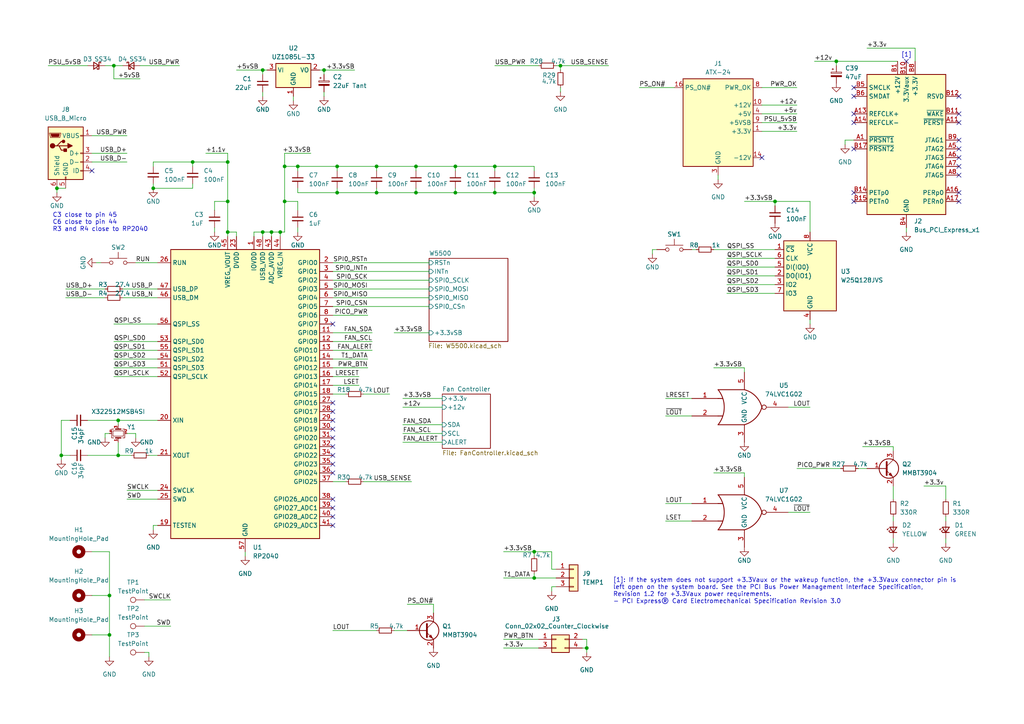
<source format=kicad_sch>
(kicad_sch (version 20231120) (generator "eeschema") (generator_version "8.0")
  (paper "A4")
  (title_block (title "OpenJBOD Controller") (date "2024-08-06") (rev "4") (company "TheGuyDanish"))
  (lib_symbols
    (symbol "74xGxx:74LVC1G02"
      (property "Reference" "U" (at -5.08 7.62 0))
      (property "Value" "74LVC1G02" (at 7.62 -7.62 0))
      (symbol "74LVC1G02_1_1"
        (pin input line (at -15.24 2.54 0) (length 7.62) (name "~") (number "1"))
        (pin input line (at -15.24 -2.54 0) (length 7.62) (name "~") (number "2"))
        (pin power_in line (at 0 -10.16 90) (length 5.08) (name "GND") (number "3"))
        (pin output inverted (at 12.7 0 180) (length 7.62) (name "~") (number "4"))
        (pin power_in line (at 0 10.16 270) (length 5.08) (name "VCC") (number "5"))
      )
    )
    (symbol "Connector:ATX-24"
      (property "Reference" "J" (at -8.89 13.97 0))
      (property "Value" "ATX-24" (at 6.35 13.97 0))
      (symbol "ATX-24_1_1"
        (pin power_out line (at 12.7 -2.54 180) (length 2.54) (name "+3.3V") (number "1"))
        (pin power_out line (at 12.7 5.08 180) (length 2.54) (name "+12V") (number "10"))
        (pin passive line (at 12.7 5.08 180) (length 2.54) hide (name "+12V") (number "11"))
        (pin passive line (at 12.7 -2.54 180) (length 2.54) hide (name "+3.3V") (number "12"))
        (pin passive line (at 12.7 -2.54 180) (length 2.54) hide (name "+3.3V") (number "13"))
        (pin power_out line (at 12.7 -10.16 180) (length 2.54) (name "-12V") (number "14"))
        (pin passive line (at 0 -15.24 90) (length 2.54) hide (name "GND") (number "15"))
        (pin open_collector line (at -12.7 10.16 0) (length 2.54) (name "PS_ON#") (number "16"))
        (pin passive line (at 0 -15.24 90) (length 2.54) hide (name "GND") (number "17"))
        (pin passive line (at 0 -15.24 90) (length 2.54) hide (name "GND") (number "18"))
        (pin passive line (at 0 -15.24 90) (length 2.54) hide (name "GND") (number "19"))
        (pin passive line (at 12.7 -2.54 180) (length 2.54) hide (name "+3.3V") (number "2"))
        (pin no_connect line (at -10.16 0 0) (length 2.54) hide (name "NC") (number "20"))
        (pin passive line (at 12.7 2.54 180) (length 2.54) hide (name "+5V") (number "21"))
        (pin passive line (at 12.7 2.54 180) (length 2.54) hide (name "+5V") (number "22"))
        (pin passive line (at 12.7 2.54 180) (length 2.54) hide (name "+5V") (number "23"))
        (pin passive line (at 0 -15.24 90) (length 2.54) hide (name "GND") (number "24"))
        (pin power_out line (at 0 -15.24 90) (length 2.54) (name "GND") (number "3"))
        (pin power_out line (at 12.7 2.54 180) (length 2.54) (name "+5V") (number "4"))
        (pin passive line (at 0 -15.24 90) (length 2.54) hide (name "GND") (number "5"))
        (pin passive line (at 12.7 2.54 180) (length 2.54) hide (name "+5V") (number "6"))
        (pin passive line (at 0 -15.24 90) (length 2.54) hide (name "GND") (number "7"))
        (pin output line (at 12.7 10.16 180) (length 2.54) (name "PWR_OK") (number "8"))
        (pin power_out line (at 12.7 0 180) (length 2.54) (name "+5VSB") (number "9"))
      )
    )
    (symbol "Connector:Bus_PCI_Express_x1"
      (property "Reference" "J" (at -8.89 22.86 0))
      (property "Value" "Bus_PCI_Express_x1" (at 12.7 22.86 0))
      (symbol "Bus_PCI_Express_x1_1_1"
        (pin passive line (at -15.24 2.54 0) (length 3.81) (name "~{PRSNT1}") (number "A1"))
        (pin passive line (at 2.54 25.4 270) (length 3.81) hide (name "+3.3V") (number "A10"))
        (pin input line (at 15.24 7.62 180) (length 3.81) (name "~{PERST}") (number "A11"))
        (pin passive line (at 0 -22.86 90) (length 3.81) hide (name "GND") (number "A12"))
        (pin input line (at -15.24 10.16 0) (length 3.81) (name "REFCLK+") (number "A13"))
        (pin input line (at -15.24 7.62 0) (length 3.81) (name "REFCLK-") (number "A14"))
        (pin passive line (at 0 -22.86 90) (length 3.81) hide (name "GND") (number "A15"))
        (pin output line (at 15.24 -12.7 180) (length 3.81) (name "PERp0") (number "A16"))
        (pin output line (at 15.24 -15.24 180) (length 3.81) (name "PERn0") (number "A17"))
        (pin passive line (at 0 -22.86 90) (length 3.81) hide (name "GND") (number "A18"))
        (pin passive line (at -2.54 25.4 270) (length 3.81) hide (name "+12V") (number "A2"))
        (pin passive line (at -2.54 25.4 270) (length 3.81) hide (name "+12V") (number "A3"))
        (pin passive line (at 0 -22.86 90) (length 3.81) hide (name "GND") (number "A4"))
        (pin input line (at 15.24 0 180) (length 3.81) (name "JTAG2") (number "A5"))
        (pin input line (at 15.24 -2.54 180) (length 3.81) (name "JTAG3") (number "A6"))
        (pin output line (at 15.24 -5.08 180) (length 3.81) (name "JTAG4") (number "A7"))
        (pin input line (at 15.24 -7.62 180) (length 3.81) (name "JTAG5") (number "A8"))
        (pin passive line (at 2.54 25.4 270) (length 3.81) hide (name "+3.3V") (number "A9"))
        (pin power_in line (at -2.54 25.4 270) (length 3.81) (name "+12V") (number "B1"))
        (pin power_in line (at 0 25.4 270) (length 3.81) (name "3.3Vaux") (number "B10"))
        (pin open_collector line (at 15.24 10.16 180) (length 3.81) (name "~{WAKE}") (number "B11"))
        (pin passive line (at 15.24 15.24 180) (length 3.81) (name "RSVD") (number "B12"))
        (pin passive line (at 0 -22.86 90) (length 3.81) hide (name "GND") (number "B13"))
        (pin input line (at -15.24 -12.7 0) (length 3.81) (name "PETp0") (number "B14"))
        (pin input line (at -15.24 -15.24 0) (length 3.81) (name "PETn0") (number "B15"))
        (pin passive line (at 0 -22.86 90) (length 3.81) hide (name "GND") (number "B16"))
        (pin passive line (at -15.24 0 0) (length 3.81) (name "~{PRSNT2}") (number "B17"))
        (pin passive line (at 0 -22.86 90) (length 3.81) hide (name "GND") (number "B18"))
        (pin passive line (at -2.54 25.4 270) (length 3.81) hide (name "+12V") (number "B2"))
        (pin passive line (at -2.54 25.4 270) (length 3.81) hide (name "+12V") (number "B3"))
        (pin power_in line (at 0 -22.86 90) (length 3.81) (name "GND") (number "B4"))
        (pin input line (at -15.24 17.78 0) (length 3.81) (name "SMCLK") (number "B5"))
        (pin bidirectional line (at -15.24 15.24 0) (length 3.81) (name "SMDAT") (number "B6"))
        (pin passive line (at 0 -22.86 90) (length 3.81) hide (name "GND") (number "B7"))
        (pin power_in line (at 2.54 25.4 270) (length 3.81) (name "+3.3V") (number "B8"))
        (pin input line (at 15.24 2.54 180) (length 3.81) (name "JTAG1") (number "B9"))
      )
    )
    (symbol "Connector:TestPoint" (pin_numbers hide) (pin_names (offset 0.762) hide)
      (property "Reference" "TP" (at 0 6.858 0))
      (property "Value" "TestPoint" (at 0 5.08 0))
      (symbol "TestPoint_1_1"
        (pin passive line (at 0 0 90) (length 2.54) (name "1") (number "1"))
      )
    )
    (symbol "Connector:USB_B_Micro" (pin_names (offset 1.016))
      (property "Reference" "J" (at -5.08 11.43 0))
      (property "Value" "USB_B_Micro" (at -5.08 8.89 0))
      (symbol "USB_B_Micro_1_1"
        (pin power_out line (at 7.62 5.08 180) (length 2.54) (name "VBUS") (number "1"))
        (pin bidirectional line (at 7.62 -2.54 180) (length 2.54) (name "D-") (number "2"))
        (pin bidirectional line (at 7.62 0 180) (length 2.54) (name "D+") (number "3"))
        (pin passive line (at 7.62 -5.08 180) (length 2.54) (name "ID") (number "4"))
        (pin power_out line (at 0 -10.16 90) (length 2.54) (name "GND") (number "5"))
        (pin passive line (at -2.54 -10.16 90) (length 2.54) (name "Shield") (number "6"))
      )
    )
    (symbol "Connector_Generic:Conn_01x03" (pin_names (offset 1.016) hide)
      (property "Reference" "J" (at 0 5.08 0))
      (property "Value" "Conn_01x03" (at 0 -5.08 0))
      (symbol "Conn_01x03_1_1"
        (pin passive line (at -5.08 2.54 0) (length 3.81) (name "Pin_1") (number "1"))
        (pin passive line (at -5.08 0 0) (length 3.81) (name "Pin_2") (number "2"))
        (pin passive line (at -5.08 -2.54 0) (length 3.81) (name "Pin_3") (number "3"))
      )
    )
    (symbol "Connector_Generic:Conn_02x02_Odd_Even" (pin_names (offset 1.016) hide)
      (property "Reference" "J" (at 1.27 2.54 0))
      (property "Value" "Conn_02x02_Odd_Even" (at 1.27 -5.08 0))
      (symbol "Conn_02x02_Odd_Even_1_1"
        (pin passive line (at -5.08 0 0) (length 3.81) (name "Pin_1") (number "1"))
        (pin passive line (at 7.62 0 180) (length 3.81) (name "Pin_2") (number "2"))
        (pin passive line (at -5.08 -2.54 0) (length 3.81) (name "Pin_3") (number "3"))
        (pin passive line (at 7.62 -2.54 180) (length 3.81) (name "Pin_4") (number "4"))
      )
    )
    (symbol "Device:C_Polarized_Small" (pin_numbers hide) (pin_names (offset 0.254) hide)
      (property "Reference" "C" (at 0.254 1.778 0))
      (property "Value" "C_Polarized_Small" (at 0.254 -2.032 0))
      (symbol "C_Polarized_Small_1_1"
        (pin passive line (at 0 2.54 270) (length 1.8542) (name "~") (number "1"))
        (pin passive line (at 0 -2.54 90) (length 1.8542) (name "~") (number "2"))
      )
    )
    (symbol "Device:C_Small" (pin_numbers hide) (pin_names (offset 0.254) hide)
      (property "Reference" "C" (at 0.254 1.778 0))
      (property "Value" "C_Small" (at 0.254 -2.032 0))
      (symbol "C_Small_1_1"
        (pin passive line (at 0 2.54 270) (length 2.032) (name "~") (number "1"))
        (pin passive line (at 0 -2.54 90) (length 2.032) (name "~") (number "2"))
      )
    )
    (symbol "Device:Crystal_GND24_Small" (pin_names (offset 1.016) hide)
      (property "Reference" "Y" (at 1.27 4.445 0))
      (property "Value" "Crystal_GND24_Small" (at 1.27 2.54 0))
      (symbol "Crystal_GND24_Small_1_1"
        (pin passive line (at -2.54 0 0) (length 1.27) (name "1") (number "1"))
        (pin passive line (at 0 -2.54 90) (length 0.635) (name "2") (number "2"))
        (pin passive line (at 2.54 0 180) (length 1.27) (name "3") (number "3"))
        (pin passive line (at 0 2.54 270) (length 0.635) (name "4") (number "4"))
      )
    )
    (symbol "Device:D_Schottky_Small" (pin_numbers hide) (pin_names (offset 0.254) hide)
      (property "Reference" "D" (at -1.27 2.032 0))
      (property "Value" "D_Schottky_Small" (at -7.112 -2.032 0))
      (symbol "D_Schottky_Small_1_1"
        (pin passive line (at -2.54 0 0) (length 1.778) (name "K") (number "1"))
        (pin passive line (at 2.54 0 180) (length 1.778) (name "A") (number "2"))
      )
    )
    (symbol "Device:LED_Small" (pin_numbers hide) (pin_names (offset 0.254) hide)
      (property "Reference" "D" (at -1.27 3.175 0))
      (property "Value" "LED_Small" (at -4.445 -2.54 0))
      (symbol "LED_Small_1_1"
        (pin passive line (at -2.54 0 0) (length 1.778) (name "K") (number "1"))
        (pin passive line (at 2.54 0 180) (length 1.778) (name "A") (number "2"))
      )
    )
    (symbol "Device:R_Small" (pin_numbers hide) (pin_names (offset 0.254) hide)
      (property "Reference" "R" (at 0.762 0.508 0))
      (property "Value" "R_Small" (at 0.762 -1.016 0))
      (symbol "R_Small_1_1"
        (pin passive line (at 0 2.54 270) (length 0.762) (name "~") (number "1"))
        (pin passive line (at 0 -2.54 90) (length 0.762) (name "~") (number "2"))
      )
    )
    (symbol "GND_1" (power) (pin_numbers hide) (pin_names (offset 0) hide)
      (property "Value" "GND" (at 0 -3.81 0))
      (symbol "GND_1_1_1"
        (pin power_in line (at 0 0 270) (length 0) (name "~") (number "1"))
      )
    )
    (symbol "MCU_RaspberryPi:RP2040"
      (property "Reference" "U" (at 17.78 45.72 0))
      (property "Value" "RP2040" (at 17.78 43.18 0))
      (symbol "RP2040_1_1"
        (pin power_in line (at 2.54 45.72 270) (length 3.81) (name "IOVDD") (number "1"))
        (pin passive line (at 2.54 45.72 270) (length 3.81) hide (name "IOVDD") (number "10"))
        (pin bidirectional line (at 25.4 17.78 180) (length 3.81) (name "GPIO8") (number "11"))
        (pin bidirectional line (at 25.4 15.24 180) (length 3.81) (name "GPIO9") (number "12"))
        (pin bidirectional line (at 25.4 12.7 180) (length 3.81) (name "GPIO10") (number "13"))
        (pin bidirectional line (at 25.4 10.16 180) (length 3.81) (name "GPIO11") (number "14"))
        (pin bidirectional line (at 25.4 7.62 180) (length 3.81) (name "GPIO12") (number "15"))
        (pin bidirectional line (at 25.4 5.08 180) (length 3.81) (name "GPIO13") (number "16"))
        (pin bidirectional line (at 25.4 2.54 180) (length 3.81) (name "GPIO14") (number "17"))
        (pin bidirectional line (at 25.4 0 180) (length 3.81) (name "GPIO15") (number "18"))
        (pin input line (at -25.4 -38.1 0) (length 3.81) (name "TESTEN") (number "19"))
        (pin bidirectional line (at 25.4 38.1 180) (length 3.81) (name "GPIO0") (number "2"))
        (pin input line (at -25.4 -7.62 0) (length 3.81) (name "XIN") (number "20"))
        (pin passive line (at -25.4 -17.78 0) (length 3.81) (name "XOUT") (number "21"))
        (pin passive line (at 2.54 45.72 270) (length 3.81) hide (name "IOVDD") (number "22"))
        (pin power_in line (at -2.54 45.72 270) (length 3.81) (name "DVDD") (number "23"))
        (pin input line (at -25.4 -27.94 0) (length 3.81) (name "SWCLK") (number "24"))
        (pin bidirectional line (at -25.4 -30.48 0) (length 3.81) (name "SWD") (number "25"))
        (pin input line (at -25.4 38.1 0) (length 3.81) (name "RUN") (number "26"))
        (pin bidirectional line (at 25.4 -2.54 180) (length 3.81) (name "GPIO16") (number "27"))
        (pin bidirectional line (at 25.4 -5.08 180) (length 3.81) (name "GPIO17") (number "28"))
        (pin bidirectional line (at 25.4 -7.62 180) (length 3.81) (name "GPIO18") (number "29"))
        (pin bidirectional line (at 25.4 35.56 180) (length 3.81) (name "GPIO1") (number "3"))
        (pin bidirectional line (at 25.4 -10.16 180) (length 3.81) (name "GPIO19") (number "30"))
        (pin bidirectional line (at 25.4 -12.7 180) (length 3.81) (name "GPIO20") (number "31"))
        (pin bidirectional line (at 25.4 -15.24 180) (length 3.81) (name "GPIO21") (number "32"))
        (pin passive line (at 2.54 45.72 270) (length 3.81) hide (name "IOVDD") (number "33"))
        (pin bidirectional line (at 25.4 -17.78 180) (length 3.81) (name "GPIO22") (number "34"))
        (pin bidirectional line (at 25.4 -20.32 180) (length 3.81) (name "GPIO23") (number "35"))
        (pin bidirectional line (at 25.4 -22.86 180) (length 3.81) (name "GPIO24") (number "36"))
        (pin bidirectional line (at 25.4 -25.4 180) (length 3.81) (name "GPIO25") (number "37"))
        (pin bidirectional line (at 25.4 -30.48 180) (length 3.81) (name "GPIO26_ADC0") (number "38"))
        (pin bidirectional line (at 25.4 -33.02 180) (length 3.81) (name "GPIO27_ADC1") (number "39"))
        (pin bidirectional line (at 25.4 33.02 180) (length 3.81) (name "GPIO2") (number "4"))
        (pin bidirectional line (at 25.4 -35.56 180) (length 3.81) (name "GPIO28_ADC2") (number "40"))
        (pin bidirectional line (at 25.4 -38.1 180) (length 3.81) (name "GPIO29_ADC3") (number "41"))
        (pin passive line (at 2.54 45.72 270) (length 3.81) hide (name "IOVDD") (number "42"))
        (pin power_in line (at 7.62 45.72 270) (length 3.81) (name "ADC_AVDD") (number "43"))
        (pin power_in line (at 10.16 45.72 270) (length 3.81) (name "VREG_IN") (number "44"))
        (pin power_out line (at -5.08 45.72 270) (length 3.81) (name "VREG_VOUT") (number "45"))
        (pin bidirectional line (at -25.4 27.94 0) (length 3.81) (name "USB_DM") (number "46"))
        (pin bidirectional line (at -25.4 30.48 0) (length 3.81) (name "USB_DP") (number "47"))
        (pin power_in line (at 5.08 45.72 270) (length 3.81) (name "USB_VDD") (number "48"))
        (pin passive line (at 2.54 45.72 270) (length 3.81) hide (name "IOVDD") (number "49"))
        (pin bidirectional line (at 25.4 30.48 180) (length 3.81) (name "GPIO3") (number "5"))
        (pin passive line (at -2.54 45.72 270) (length 3.81) hide (name "DVDD") (number "50"))
        (pin bidirectional line (at -25.4 7.62 0) (length 3.81) (name "QSPI_SD3") (number "51"))
        (pin output line (at -25.4 5.08 0) (length 3.81) (name "QSPI_SCLK") (number "52"))
        (pin bidirectional line (at -25.4 15.24 0) (length 3.81) (name "QSPI_SD0") (number "53"))
        (pin bidirectional line (at -25.4 10.16 0) (length 3.81) (name "QSPI_SD2") (number "54"))
        (pin bidirectional line (at -25.4 12.7 0) (length 3.81) (name "QSPI_SD1") (number "55"))
        (pin bidirectional line (at -25.4 20.32 0) (length 3.81) (name "QSPI_SS") (number "56"))
        (pin power_in line (at 0 -45.72 90) (length 3.81) (name "GND") (number "57"))
        (pin bidirectional line (at 25.4 27.94 180) (length 3.81) (name "GPIO4") (number "6"))
        (pin bidirectional line (at 25.4 25.4 180) (length 3.81) (name "GPIO5") (number "7"))
        (pin bidirectional line (at 25.4 22.86 180) (length 3.81) (name "GPIO6") (number "8"))
        (pin bidirectional line (at 25.4 20.32 180) (length 3.81) (name "GPIO7") (number "9"))
      )
    )
    (symbol "Mechanical:MountingHole_Pad" (pin_numbers hide) (pin_names (offset 1.016) hide)
      (property "Reference" "H" (at 0 6.35 0))
      (property "Value" "MountingHole_Pad" (at 0 4.445 0))
      (symbol "MountingHole_Pad_1_1"
        (pin input line (at 0 -2.54 90) (length 2.54) (name "1") (number "1"))
      )
    )
    (symbol "Memory_Flash:W25Q128JVS"
      (property "Reference" "U" (at -8.89 8.89 0))
      (property "Value" "W25Q128JVS" (at 7.62 8.89 0))
      (symbol "W25Q128JVS_1_1"
        (pin input line (at -10.16 7.62 0) (length 2.54) (name "~{CS}") (number "1"))
        (pin bidirectional line (at -10.16 0 0) (length 2.54) (name "DO(IO1)") (number "2"))
        (pin bidirectional line (at -10.16 -2.54 0) (length 2.54) (name "IO2") (number "3"))
        (pin power_in line (at 0 -12.7 90) (length 2.54) (name "GND") (number "4"))
        (pin bidirectional line (at -10.16 2.54 0) (length 2.54) (name "DI(IO0)") (number "5"))
        (pin input line (at -10.16 5.08 0) (length 2.54) (name "CLK") (number "6"))
        (pin bidirectional line (at -10.16 -5.08 0) (length 2.54) (name "IO3") (number "7"))
        (pin power_in line (at 0 12.7 270) (length 2.54) (name "VCC") (number "8"))
      )
    )
    (symbol "Regulator_Linear:AMS1117-3.3"
      (property "Reference" "U" (at -3.81 3.175 0))
      (property "Value" "AMS1117-3.3" (at 0 3.175 0))
      (symbol "AMS1117-3.3_1_1"
        (pin power_in line (at 0 -7.62 90) (length 2.54) (name "GND") (number "1"))
        (pin power_out line (at 7.62 0 180) (length 2.54) (name "VO") (number "2"))
        (pin power_in line (at -7.62 0 0) (length 2.54) (name "VI") (number "3"))
      )
    )
    (symbol "Switch:SW_Push" (pin_numbers hide) (pin_names (offset 1.016) hide)
      (property "Reference" "SW" (at 1.27 2.54 0))
      (property "Value" "SW_Push" (at 0 -1.524 0))
      (symbol "SW_Push_0_1"
        (pin passive line (at -5.08 0 0) (length 2.54) (name "1") (number "1"))
        (pin passive line (at 5.08 0 180) (length 2.54) (name "2") (number "2"))
      )
    )
    (symbol "Transistor_BJT:MMBT3904" (pin_names (offset 0) hide)
      (property "Reference" "Q" (at 5.08 1.905 0))
      (property "Value" "MMBT3904" (at 5.08 0 0))
      (symbol "MMBT3904_1_1"
        (pin input line (at -5.08 0 0) (length 5.715) (name "B") (number "1"))
        (pin passive line (at 2.54 -5.08 90) (length 2.54) (name "E") (number "2"))
        (pin passive line (at 2.54 5.08 270) (length 2.54) (name "C") (number "3"))
      )
    )
    (symbol "power:GND" (power) (pin_names (offset 0))
      (property "Value" "GND" (at 0 -3.81 0))
      (symbol "GND_1_1"
        (pin power_in line (at 0 0 270) (length 0) hide (name "GND") (number "1"))
      )
    )
  )
  (junction (at 76.2 20.32))
  (junction (at 154.94 55.88))
  (junction (at 81.28 67.31))
  (junction (at 132.08 55.88))
  (junction (at 242.57 17.78))
  (junction (at 82.55 48.26))
  (junction (at 44.45 54.61))
  (junction (at 154.94 160.02))
  (junction (at 76.2 67.31))
  (junction (at 34.29 121.92))
  (junction (at 93.98 20.32))
  (junction (at 82.55 58.42))
  (junction (at 97.79 55.88))
  (junction (at 224.79 58.42))
  (junction (at 55.88 46.99))
  (junction (at 109.22 55.88))
  (junction (at 132.08 48.26))
  (junction (at 154.94 167.64))
  (junction (at 170.18 187.96))
  (junction (at 86.36 48.26))
  (junction (at 78.74 67.31))
  (junction (at 109.22 48.26))
  (junction (at 97.79 48.26))
  (junction (at 66.04 58.42))
  (junction (at 162.56 19.05))
  (junction (at 66.04 46.99))
  (junction (at 66.04 67.31))
  (junction (at 31.75 172.72))
  (junction (at 31.75 184.15))
  (junction (at 143.51 55.88))
  (junction (at 33.02 19.05))
  (junction (at 16.51 54.61))
  (junction (at 120.65 48.26))
  (junction (at 143.51 48.26))
  (junction (at 17.78 132.08))
  (junction (at 34.29 132.08))
  (junction (at 120.65 55.88))
  (no_connect (at 278.13 45.72))
  (no_connect (at 96.52 134.62))
  (no_connect (at 96.52 147.32))
  (no_connect (at 96.52 149.86))
  (no_connect (at 247.65 43.18))
  (no_connect (at 96.52 129.54))
  (no_connect (at 96.52 116.84))
  (no_connect (at 247.65 35.56))
  (no_connect (at 247.65 33.02))
  (no_connect (at 96.52 132.08))
  (no_connect (at 262.89 17.78))
  (no_connect (at 278.13 55.88))
  (no_connect (at 96.52 119.38))
  (no_connect (at 96.52 124.46))
  (no_connect (at 96.52 152.4))
  (no_connect (at 278.13 50.8))
  (no_connect (at 278.13 40.64))
  (no_connect (at 278.13 33.02))
  (no_connect (at 247.65 55.88))
  (no_connect (at 247.65 58.42))
  (no_connect (at 220.98 45.72))
  (no_connect (at 278.13 27.94))
  (no_connect (at 278.13 48.26))
  (no_connect (at 278.13 35.56))
  (no_connect (at 96.52 144.78))
  (no_connect (at 278.13 43.18))
  (no_connect (at 96.52 93.98))
  (no_connect (at 96.52 137.16))
  (no_connect (at 96.52 127))
  (no_connect (at 26.67 49.53))
  (no_connect (at 278.13 58.42))
  (no_connect (at 247.65 27.94))
  (no_connect (at 96.52 121.92))
  (no_connect (at 247.65 25.4))
  (wire (pts (xy 39.37 127) (xy 39.37 125.73)))
  (wire (pts (xy 154.94 55.88) (xy 154.94 57.15)))
  (wire (pts (xy 242.57 17.78) (xy 260.35 17.78)))
  (wire (pts (xy 16.51 54.61) (xy 19.05 54.61)))
  (wire (pts (xy 31.75 172.72) (xy 31.75 184.15)))
  (wire (pts (xy 96.52 139.7) (xy 100.33 139.7)))
  (wire (pts (xy 81.28 67.31) (xy 81.28 68.58)))
  (wire (pts (xy 33.02 99.06) (xy 45.72 99.06)))
  (wire (pts (xy 242.57 17.78) (xy 242.57 19.05)))
  (wire (pts (xy 154.94 166.37) (xy 154.94 167.64)))
  (wire (pts (xy 41.91 173.99) (xy 49.53 173.99)))
  (wire (pts (xy 210.82 85.09) (xy 224.79 85.09)))
  (wire (pts (xy 78.74 67.31) (xy 78.74 68.58)))
  (wire (pts (xy 34.29 132.08) (xy 38.1 132.08)))
  (wire (pts (xy 105.41 114.3) (xy 113.03 114.3)))
  (wire (pts (xy 210.82 82.55) (xy 224.79 82.55)))
  (wire (pts (xy 30.48 127) (xy 30.48 125.73)))
  (wire (pts (xy 210.82 77.47) (xy 224.79 77.47)))
  (wire (pts (xy 41.91 181.61) (xy 49.53 181.61)))
  (wire (pts (xy 36.83 144.78) (xy 45.72 144.78)))
  (wire (pts (xy 220.98 38.1) (xy 231.14 38.1)))
  (wire (pts (xy 160.02 171.45) (xy 160.02 170.18)))
  (wire (pts (xy 96.52 99.06) (xy 107.95 99.06)))
  (wire (pts (xy 33.02 106.68) (xy 45.72 106.68)))
  (wire (pts (xy 215.9 137.16) (xy 215.9 138.43)))
  (wire (pts (xy 82.55 44.45) (xy 82.55 48.26)))
  (wire (pts (xy 251.46 13.97) (xy 265.43 13.97)))
  (wire (pts (xy 34.29 128.27) (xy 34.29 132.08)))
  (wire (pts (xy 81.28 67.31) (xy 82.55 67.31)))
  (wire (pts (xy 86.36 66.04) (xy 86.36 67.31)))
  (wire (pts (xy 62.23 66.04) (xy 62.23 67.31)))
  (wire (pts (xy 116.84 115.57) (xy 128.27 115.57)))
  (wire (pts (xy 96.52 96.52) (xy 107.95 96.52)))
  (wire (pts (xy 116.84 123.19) (xy 128.27 123.19)))
  (wire (pts (xy 86.36 48.26) (xy 86.36 49.53)))
  (wire (pts (xy 109.22 54.61) (xy 109.22 55.88)))
  (wire (pts (xy 220.98 25.4) (xy 231.14 25.4)))
  (wire (pts (xy 96.52 91.44) (xy 106.68 91.44)))
  (wire (pts (xy 39.37 125.73) (xy 36.83 125.73)))
  (wire (pts (xy 66.04 58.42) (xy 62.23 58.42)))
  (wire (pts (xy 250.19 129.54) (xy 259.08 129.54)))
  (wire (pts (xy 33.02 109.22) (xy 45.72 109.22)))
  (wire (pts (xy 168.91 187.96) (xy 170.18 187.96)))
  (wire (pts (xy 86.36 54.61) (xy 86.36 55.88)))
  (wire (pts (xy 19.05 86.36) (xy 30.48 86.36)))
  (wire (pts (xy 185.42 25.4) (xy 195.58 25.4)))
  (wire (pts (xy 40.64 19.05) (xy 52.07 19.05)))
  (wire (pts (xy 215.9 58.42) (xy 224.79 58.42)))
  (wire (pts (xy 44.45 46.99) (xy 44.45 48.26)))
  (wire (pts (xy 224.79 58.42) (xy 224.79 59.69)))
  (wire (pts (xy 162.56 25.4) (xy 162.56 26.67)))
  (wire (pts (xy 228.6 148.59) (xy 234.95 148.59)))
  (wire (pts (xy 170.18 185.42) (xy 170.18 187.96)))
  (wire (pts (xy 210.82 74.93) (xy 224.79 74.93)))
  (wire (pts (xy 55.88 46.99) (xy 66.04 46.99)))
  (wire (pts (xy 19.05 83.82) (xy 30.48 83.82)))
  (wire (pts (xy 248.92 135.89) (xy 251.46 135.89)))
  (wire (pts (xy 114.3 182.88) (xy 118.11 182.88)))
  (wire (pts (xy 120.65 48.26) (xy 132.08 48.26)))
  (wire (pts (xy 267.97 140.97) (xy 274.32 140.97)))
  (wire (pts (xy 26.67 39.37) (xy 36.83 39.37)))
  (wire (pts (xy 114.3 96.52) (xy 124.46 96.52)))
  (wire (pts (xy 231.14 135.89) (xy 243.84 135.89)))
  (wire (pts (xy 109.22 48.26) (xy 109.22 49.53)))
  (wire (pts (xy 259.08 149.86) (xy 259.08 151.13)))
  (wire (pts (xy 73.66 67.31) (xy 76.2 67.31)))
  (wire (pts (xy 17.78 132.08) (xy 17.78 121.92)))
  (wire (pts (xy 208.28 50.8) (xy 208.28 52.07)))
  (wire (pts (xy 96.52 86.36) (xy 124.46 86.36)))
  (wire (pts (xy 207.01 72.39) (xy 224.79 72.39)))
  (wire (pts (xy 245.11 40.64) (xy 247.65 40.64)))
  (wire (pts (xy 13.97 19.05) (xy 25.4 19.05)))
  (wire (pts (xy 207.01 106.68) (xy 215.9 106.68)))
  (wire (pts (xy 86.36 55.88) (xy 97.79 55.88)))
  (wire (pts (xy 66.04 67.31) (xy 66.04 58.42)))
  (wire (pts (xy 96.52 83.82) (xy 124.46 83.82)))
  (wire (pts (xy 93.98 26.67) (xy 93.98 27.94)))
  (wire (pts (xy 62.23 58.42) (xy 62.23 60.96)))
  (wire (pts (xy 160.02 160.02) (xy 160.02 165.1)))
  (wire (pts (xy 220.98 33.02) (xy 231.14 33.02)))
  (wire (pts (xy 96.52 78.74) (xy 124.46 78.74)))
  (wire (pts (xy 105.41 139.7) (xy 119.38 139.7)))
  (wire (pts (xy 40.64 22.86) (xy 33.02 22.86)))
  (wire (pts (xy 76.2 20.32) (xy 77.47 20.32)))
  (wire (pts (xy 143.51 48.26) (xy 143.51 49.53)))
  (wire (pts (xy 146.05 160.02) (xy 154.94 160.02)))
  (wire (pts (xy 96.52 81.28) (xy 124.46 81.28)))
  (wire (pts (xy 66.04 67.31) (xy 68.58 67.31)))
  (wire (pts (xy 82.55 44.45) (xy 90.17 44.45)))
  (wire (pts (xy 143.51 48.26) (xy 154.94 48.26)))
  (wire (pts (xy 34.29 121.92) (xy 45.72 121.92)))
  (wire (pts (xy 36.83 142.24) (xy 45.72 142.24)))
  (wire (pts (xy 82.55 48.26) (xy 86.36 48.26)))
  (wire (pts (xy 68.58 20.32) (xy 76.2 20.32)))
  (wire (pts (xy 132.08 48.26) (xy 143.51 48.26)))
  (wire (pts (xy 154.94 167.64) (xy 161.29 167.64)))
  (wire (pts (xy 109.22 55.88) (xy 120.65 55.88)))
  (wire (pts (xy 160.02 165.1) (xy 161.29 165.1)))
  (wire (pts (xy 96.52 182.88) (xy 109.22 182.88)))
  (wire (pts (xy 17.78 133.35) (xy 17.78 132.08)))
  (wire (pts (xy 220.98 30.48) (xy 231.14 30.48)))
  (wire (pts (xy 34.29 123.19) (xy 34.29 121.92)))
  (wire (pts (xy 193.04 146.05) (xy 200.66 146.05)))
  (wire (pts (xy 30.48 19.05) (xy 33.02 19.05)))
  (wire (pts (xy 31.75 160.02) (xy 31.75 172.72)))
  (wire (pts (xy 146.05 167.64) (xy 154.94 167.64)))
  (wire (pts (xy 35.56 86.36) (xy 45.72 86.36)))
  (wire (pts (xy 26.67 44.45) (xy 36.83 44.45)))
  (wire (pts (xy 26.67 172.72) (xy 31.75 172.72)))
  (wire (pts (xy 228.6 118.11) (xy 234.95 118.11)))
  (wire (pts (xy 116.84 118.11) (xy 128.27 118.11)))
  (wire (pts (xy 66.04 44.45) (xy 66.04 46.99)))
  (wire (pts (xy 168.91 185.42) (xy 170.18 185.42)))
  (wire (pts (xy 245.11 40.64) (xy 245.11 41.91)))
  (wire (pts (xy 59.69 44.45) (xy 66.04 44.45)))
  (wire (pts (xy 207.01 137.16) (xy 215.9 137.16)))
  (wire (pts (xy 162.56 19.05) (xy 161.29 19.05)))
  (wire (pts (xy 78.74 67.31) (xy 81.28 67.31)))
  (wire (pts (xy 97.79 48.26) (xy 97.79 49.53)))
  (wire (pts (xy 73.66 68.58) (xy 73.66 67.31)))
  (wire (pts (xy 143.51 55.88) (xy 154.94 55.88)))
  (wire (pts (xy 193.04 115.57) (xy 200.66 115.57)))
  (wire (pts (xy 132.08 54.61) (xy 132.08 55.88)))
  (wire (pts (xy 30.48 125.73) (xy 31.75 125.73)))
  (wire (pts (xy 44.45 54.61) (xy 55.88 54.61)))
  (wire (pts (xy 68.58 68.58) (xy 68.58 67.31)))
  (wire (pts (xy 43.18 189.23) (xy 41.91 189.23)))
  (wire (pts (xy 17.78 121.92) (xy 20.32 121.92)))
  (wire (pts (xy 125.73 177.8) (xy 125.73 175.26)))
  (wire (pts (xy 132.08 48.26) (xy 132.08 49.53)))
  (wire (pts (xy 120.65 54.61) (xy 120.65 55.88)))
  (wire (pts (xy 92.71 20.32) (xy 93.98 20.32)))
  (wire (pts (xy 116.84 128.27) (xy 128.27 128.27)))
  (wire (pts (xy 234.95 92.71) (xy 234.95 93.98)))
  (wire (pts (xy 76.2 26.67) (xy 76.2 27.94)))
  (wire (pts (xy 43.18 132.08) (xy 45.72 132.08)))
  (wire (pts (xy 93.98 20.32) (xy 102.87 20.32)))
  (wire (pts (xy 109.22 48.26) (xy 120.65 48.26)))
  (wire (pts (xy 160.02 170.18) (xy 161.29 170.18)))
  (wire (pts (xy 82.55 58.42) (xy 86.36 58.42)))
  (wire (pts (xy 26.67 184.15) (xy 31.75 184.15)))
  (wire (pts (xy 170.18 187.96) (xy 170.18 189.23)))
  (wire (pts (xy 210.82 80.01) (xy 224.79 80.01)))
  (wire (pts (xy 85.09 27.94) (xy 85.09 29.21)))
  (wire (pts (xy 193.04 151.13) (xy 200.66 151.13)))
  (wire (pts (xy 265.43 13.97) (xy 265.43 17.78)))
  (wire (pts (xy 26.67 46.99) (xy 36.83 46.99)))
  (wire (pts (xy 55.88 48.26) (xy 55.88 46.99)))
  (wire (pts (xy 234.95 58.42) (xy 234.95 67.31)))
  (wire (pts (xy 274.32 156.21) (xy 274.32 157.48)))
  (wire (pts (xy 39.37 76.2) (xy 45.72 76.2)))
  (wire (pts (xy 274.32 140.97) (xy 274.32 144.78)))
  (wire (pts (xy 96.52 88.9) (xy 124.46 88.9)))
  (wire (pts (xy 26.67 160.02) (xy 31.75 160.02)))
  (wire (pts (xy 96.52 111.76) (xy 104.14 111.76)))
  (wire (pts (xy 154.94 160.02) (xy 160.02 160.02)))
  (wire (pts (xy 97.79 55.88) (xy 109.22 55.88)))
  (wire (pts (xy 96.52 114.3) (xy 100.33 114.3)))
  (wire (pts (xy 76.2 67.31) (xy 78.74 67.31)))
  (wire (pts (xy 86.36 48.26) (xy 97.79 48.26)))
  (wire (pts (xy 220.98 35.56) (xy 231.14 35.56)))
  (wire (pts (xy 259.08 140.97) (xy 259.08 144.78)))
  (wire (pts (xy 86.36 58.42) (xy 86.36 60.96)))
  (wire (pts (xy 146.05 185.42) (xy 156.21 185.42)))
  (wire (pts (xy 82.55 48.26) (xy 82.55 58.42)))
  (wire (pts (xy 259.08 156.21) (xy 259.08 157.48)))
  (wire (pts (xy 33.02 19.05) (xy 35.56 19.05)))
  (wire (pts (xy 96.52 76.2) (xy 124.46 76.2)))
  (wire (pts (xy 146.05 187.96) (xy 156.21 187.96)))
  (wire (pts (xy 25.4 132.08) (xy 34.29 132.08)))
  (wire (pts (xy 132.08 55.88) (xy 143.51 55.88)))
  (wire (pts (xy 71.12 160.02) (xy 71.12 161.29)))
  (wire (pts (xy 154.94 54.61) (xy 154.94 55.88)))
  (wire (pts (xy 120.65 48.26) (xy 120.65 49.53)))
  (wire (pts (xy 215.9 106.68) (xy 215.9 107.95)))
  (wire (pts (xy 259.08 129.54) (xy 259.08 130.81)))
  (wire (pts (xy 31.75 184.15) (xy 31.75 190.5)))
  (wire (pts (xy 116.84 125.73) (xy 128.27 125.73)))
  (wire (pts (xy 97.79 54.61) (xy 97.79 55.88)))
  (wire (pts (xy 162.56 19.05) (xy 176.53 19.05)))
  (wire (pts (xy 76.2 20.32) (xy 76.2 21.59)))
  (wire (pts (xy 143.51 54.61) (xy 143.51 55.88)))
  (wire (pts (xy 33.02 93.98) (xy 45.72 93.98)))
  (wire (pts (xy 55.88 54.61) (xy 55.88 53.34)))
  (wire (pts (xy 43.18 190.5) (xy 43.18 189.23)))
  (wire (pts (xy 262.89 66.04) (xy 262.89 67.31)))
  (wire (pts (xy 236.22 17.78) (xy 242.57 17.78)))
  (wire (pts (xy 120.65 55.88) (xy 132.08 55.88)))
  (wire (pts (xy 193.04 120.65) (xy 200.66 120.65)))
  (wire (pts (xy 107.95 101.6) (xy 96.52 101.6)))
  (wire (pts (xy 66.04 46.99) (xy 66.04 58.42)))
  (wire (pts (xy 96.52 104.14) (xy 106.68 104.14)))
  (wire (pts (xy 27.94 76.2) (xy 29.21 76.2)))
  (wire (pts (xy 224.79 58.42) (xy 234.95 58.42)))
  (wire (pts (xy 44.45 53.34) (xy 44.45 54.61)))
  (wire (pts (xy 25.4 121.92) (xy 34.29 121.92)))
  (wire (pts (xy 44.45 152.4) (xy 45.72 152.4)))
  (wire (pts (xy 17.78 132.08) (xy 20.32 132.08)))
  (wire (pts (xy 35.56 83.82) (xy 45.72 83.82)))
  (wire (pts (xy 154.94 48.26) (xy 154.94 49.53)))
  (wire (pts (xy 154.94 160.02) (xy 154.94 161.29)))
  (wire (pts (xy 96.52 106.68) (xy 106.68 106.68)))
  (wire (pts (xy 66.04 68.58) (xy 66.04 67.31)))
  (wire (pts (xy 44.45 153.67) (xy 44.45 152.4)))
  (wire (pts (xy 125.73 175.26) (xy 118.11 175.26)))
  (wire (pts (xy 97.79 48.26) (xy 109.22 48.26)))
  (wire (pts (xy 200.66 72.39) (xy 201.93 72.39)))
  (wire (pts (xy 16.51 54.61) (xy 16.51 55.88)))
  (wire (pts (xy 96.52 109.22) (xy 104.14 109.22)))
  (wire (pts (xy 93.98 20.32) (xy 93.98 21.59)))
  (wire (pts (xy 33.02 101.6) (xy 45.72 101.6)))
  (wire (pts (xy 33.02 19.05) (xy 33.02 22.86)))
  (wire (pts (xy 143.51 19.05) (xy 156.21 19.05)))
  (wire (pts (xy 82.55 58.42) (xy 82.55 67.31)))
  (wire (pts (xy 44.45 46.99) (xy 55.88 46.99)))
  (wire (pts (xy 33.02 104.14) (xy 45.72 104.14)))
  (wire (pts (xy 162.56 20.32) (xy 162.56 19.05)))
  (wire (pts (xy 274.32 149.86) (xy 274.32 151.13)))
  (wire (pts (xy 76.2 67.31) (xy 76.2 68.58)))
  (wire (pts (xy 189.23 72.39) (xy 190.5 72.39)))
  (wire (pts (xy 189.23 73.66) (xy 189.23 72.39)))
  (text "C3 close to pin 45\nC6 close to pin 44\nR3 and R4 close to RP2040" (at 15.24 67.31 0) (effects (font (size 1.27 1.27)) (justify left bottom)))
  (text "[1]: If the system does not support +3.3Vaux or the wakeup function, the +3.3Vaux connector pin is\nleft open on the system board. See the PCI Bus Power Management Interface Specification,\nRevision 1.2 for +3.3Vaux power requirements. \n- PCI Express® Card Electromechanical Specification Revision 3.0" (at 177.8 175.26 0) (effects (font (size 1.27 1.27)) (justify left bottom)))
  (text "[1]" (at 261.366 16.764 0) (effects (font (size 1.27 1.27)) (justify left bottom)))
  (label "+3.3v" (at 146.05 187.96 0))
  (label "PWR_BTN" (at 106.68 106.68 180))
  (label "+3.3vSB" (at 146.05 160.02 0))
  (label "T1_DATA" (at 106.68 104.14 180))
  (label "SPI0_MISO" (at 106.68 86.36 180))
  (label "QSPI_SD2" (at 210.82 82.55 0))
  (label "QSPI_SD2" (at 33.02 104.14 0))
  (label "+3.3vSB" (at 215.9 58.42 0))
  (label "FAN_SCL" (at 116.84 125.73 0))
  (label "+3.3vSB" (at 116.84 115.57 0))
  (label "LOUT" (at 113.03 114.3 180))
  (label "+5vSB" (at 40.64 22.86 180))
  (label "+3.3vSB" (at 90.17 44.45 180))
  (label "+3.3vSB" (at 102.87 20.32 180))
  (label "FAN_ALERT" (at 116.84 128.27 0))
  (label "PS_ON#" (at 185.42 25.4 0))
  (label "USB_PWR" (at 52.07 19.05 180))
  (label "LOUT" (at 193.04 146.05 0))
  (label "FAN_ALERT" (at 107.95 101.6 180))
  (label "PWR_OK" (at 231.14 25.4 180))
  (label "+12v" (at 231.14 30.48 180))
  (label "T1_DATA" (at 146.05 167.64 0))
  (label "LRESET" (at 104.14 109.22 180))
  (label "PWR_BTN" (at 146.05 185.42 0))
  (label "SWD" (at 36.83 144.78 0))
  (label "QSPI_SS" (at 210.82 72.39 0))
  (label "USB_P" (at 38.1 83.82 0))
  (label "SWCLK" (at 49.53 173.99 180))
  (label "+1.1v" (at 59.69 44.45 0))
  (label "SPI0_MOSI" (at 106.68 83.82 180))
  (label "+5v" (at 231.14 33.02 180))
  (label "USB_SENSE" (at 176.53 19.05 180))
  (label "USB_D-" (at 36.83 46.99 180))
  (label "FAN_SCL" (at 107.95 99.06 180))
  (label "QSPI_SCLK" (at 210.82 74.93 0))
  (label "FAN_SDA" (at 107.95 96.52 180))
  (label "LRESET" (at 193.04 115.57 0))
  (label "+3.3vSB" (at 207.01 137.16 0))
  (label "FAN_SDA" (at 116.84 123.19 0))
  (label "PICO_PWR" (at 106.68 91.44 180))
  (label "QSPI_SD1" (at 33.02 101.6 0))
  (label "+12v" (at 236.22 17.78 0))
  (label "SWCLK" (at 36.83 142.24 0))
  (label "LOUT" (at 96.52 182.88 0))
  (label "SPI0_INTn" (at 106.68 78.74 180))
  (label "+3.3v" (at 251.46 13.97 0))
  (label "SPI0_CSN" (at 106.68 88.9 180))
  (label "~{LOUT}" (at 193.04 120.65 0))
  (label "QSPI_SD3" (at 210.82 85.09 0))
  (label "SPI0_RSTn" (at 106.68 76.2 180))
  (label "USB_D-" (at 19.05 86.36 0))
  (label "PSU_5vSB" (at 231.14 35.56 180))
  (label "QSPI_SD1" (at 210.82 80.01 0))
  (label "PICO_PWR" (at 231.14 135.89 0))
  (label "~{LOUT}" (at 234.95 148.59 180))
  (label "QSPI_SD3" (at 33.02 106.68 0))
  (label "USB_PWR" (at 143.51 19.05 0))
  (label "QSPI_SS" (at 33.02 93.98 0))
  (label "+12v" (at 116.84 118.11 0))
  (label "QSPI_SD0" (at 210.82 77.47 0))
  (label "QSPI_SCLK" (at 33.02 109.22 0))
  (label "LOUT" (at 234.95 118.11 180))
  (label "USB_SENSE" (at 119.38 139.7 180))
  (label "PSU_5vSB" (at 13.97 19.05 0))
  (label "+3.3vSB" (at 207.01 106.68 0))
  (label "QSPI_SD0" (at 33.02 99.06 0))
  (label "PS_ON#" (at 118.11 175.26 0))
  (label "USB_D+" (at 19.05 83.82 0))
  (label "+3.3vSB" (at 114.3 96.52 0))
  (label "RUN" (at 39.37 76.2 0))
  (label "USB_PWR" (at 36.83 39.37 180))
  (label "USB_D+" (at 36.83 44.45 180))
  (label "+3.3v" (at 267.97 140.97 0))
  (label "SPI0_SCK" (at 106.68 81.28 180))
  (label "+5vSB" (at 68.58 20.32 0))
  (label "USB_N" (at 38.1 86.36 0))
  (label "+3.3v" (at 231.14 38.1 180))
  (label "LSET" (at 104.14 111.76 180))
  (label "+3.3vSB" (at 250.19 129.54 0))
  (label "LSET" (at 193.04 151.13 0))
  (label "SWD" (at 49.53 181.61 180))
  (symbol (lib_name "GND_1") (lib_id "power:GND") (at 162.56 26.67 0) (unit 1)
    (property "Reference" "#PWR061" (effects (hide yes)))
    (property "Value" "GND" (at 162.56 31.75 0))
    (property "Description" "Power symbol creates a global label with name \"GND\" , ground" (effects (hide yes)))
  )
  (symbol (lib_id "Device:C_Small") (at 143.51 52.07 0) (unit 1)
    (property "Reference" "C12" (at 146.685 50.8063 0) (effects (justify left)))
    (property "Value" "100nF" (at 146.685 53.3463 0) (effects (justify left)))
    (property "Footprint" "Capacitor_SMD:C_0402_1005Metric" (effects (hide yes)))
    (property "JLCPCB_PN" "C1525" (effects (hide yes)))
  )
  (symbol (lib_id "power:GND") (at 44.45 153.67 0) (unit 1)
    (property "Reference" "#PWR024" (effects (hide yes)))
    (property "Value" "GND" (at 44.45 158.75 0))
  )
  (symbol (lib_id "power:GND") (at 245.11 41.91 0) (unit 1)
    (property "Reference" "#PWR017" (effects (hide yes)))
    (property "Value" "GND" (at 245.11 46.99 0))
  )
  (symbol (lib_id "Device:R_Small") (at 102.87 139.7 270) (unit 1)
    (property "Reference" "R30" (at 99.695 138.43 90))
    (property "Value" "4.7k" (at 106.045 138.43 90))
    (property "Footprint" "Resistor_SMD:R_0402_1005Metric" (effects (hide yes)))
    (property "JLCPCB_PN" "C25900" (effects (hide yes)))
  )
  (symbol (lib_id "power:GND") (at 224.79 64.77 0) (unit 1)
    (property "Reference" "#PWR014" (effects (hide yes)))
    (property "Value" "GND" (at 224.79 68.58 0))
  )
  (symbol (lib_id "power:GND") (at 27.94 76.2 270) (unit 1)
    (property "Reference" "#PWR058" (effects (hide yes)))
    (property "Value" "GND" (at 24.13 76.2 0))
  )
  (symbol (lib_id "Device:R_Small") (at 204.47 72.39 270) (unit 1)
    (property "Reference" "R8" (at 201.295 71.12 90))
    (property "Value" "1k" (at 207.645 71.12 90))
    (property "Footprint" "Resistor_SMD:R_0402_1005Metric" (effects (hide yes)))
    (property "JLCPCB_PN" "C11702" (effects (hide yes)))
  )
  (symbol (lib_id "Device:C_Small") (at 22.86 132.08 90) (unit 1)
    (property "Reference" "C16" (at 21.59 135.89 0))
    (property "Value" "34pF" (at 23.495 136.525 0))
    (property "Footprint" "Capacitor_SMD:C_0603_1608Metric" (effects (hide yes)))
    (property "JLCPCB_PN" "C1658" (effects (hide yes)))
  )
  (symbol (lib_id "Connector:USB_B_Micro") (at 19.05 44.45 0) (unit 1)
    (property "Reference" "J8" (at 19.05 31.75 0))
    (property "Value" "USB_B_Micro" (at 19.05 34.29 0))
    (property "Footprint" "Connector_USB:USB_Micro-B_Amphenol_10118194_Horizontal" (effects (hide yes)))
    (property "JLCPCB_PN" "C132563" (effects (hide yes)))
  )
  (symbol (lib_id "Connector:TestPoint") (at 41.91 189.23 90) (unit 1) (in_bom no)
    (property "Reference" "TP3" (at 38.608 184.15 90))
    (property "Value" "TestPoint" (at 38.608 186.69 90))
    (property "Footprint" "TestPoint:TestPoint_Pad_D1.0mm" (effects (hide yes)))
    (property "Description" "test point" (effects (hide yes)))
  )
  (symbol (lib_id "Mechanical:MountingHole_Pad") (at 24.13 172.72 90) (unit 1) (in_bom no)
    (property "Reference" "H2" (at 22.86 165.735 90))
    (property "Value" "MountingHole_Pad" (at 22.86 168.275 90))
    (property "Footprint" "MountingHole:MountingHole_4.3mm_M4_Pad_Via" (effects (hide yes)))
  )
  (symbol (lib_id "Mechanical:MountingHole_Pad") (at 24.13 160.02 90) (unit 1) (in_bom no)
    (property "Reference" "H1" (at 22.86 153.67 90))
    (property "Value" "MountingHole_Pad" (at 22.86 156.21 90))
    (property "Footprint" "MountingHole:MountingHole_4.3mm_M4_Pad_Via" (effects (hide yes)))
  )
  (symbol (lib_id "power:GND") (at 234.95 93.98 0) (unit 1)
    (property "Reference" "#PWR013" (effects (hide yes)))
    (property "Value" "GND" (at 234.95 97.79 0))
  )
  (symbol (lib_id "Connector:ATX-24") (at 208.28 35.56 0) (unit 1)
    (property "Reference" "J1" (at 208.28 18.415 0))
    (property "Value" "ATX-24" (at 208.28 20.955 0))
    (property "Footprint" "Connector_Molex:Molex_Mini-Fit_Jr_5566-24A_2x12_P4.20mm_Vertical" (effects (hide yes)))
    (property "Datasheet" "https://www.intel.com/content/dam/www/public/us/en/documents/guides/power-supply-design-guide-june.pdf#page=33" (effects (hide yes)))
    (property "JLCPCB_PN" "C492535" (effects (hide yes)))
  )
  (symbol (lib_id "Device:C_Small") (at 86.36 52.07 0) (unit 1)
    (property "Reference" "C7" (at 89.535 50.8063 0) (effects (justify left)))
    (property "Value" "100nF" (at 89.535 53.3463 0) (effects (justify left)))
    (property "Footprint" "Capacitor_SMD:C_0402_1005Metric" (effects (hide yes)))
    (property "JLCPCB_PN" "C1525" (effects (hide yes)))
  )
  (symbol (lib_id "Device:R_Small") (at 154.94 163.83 180) (unit 1)
    (property "Reference" "R7" (at 152.908 161.036 0))
    (property "Value" "4.7k" (at 157.48 161.036 0))
    (property "Footprint" "Resistor_SMD:R_0402_1005Metric" (effects (hide yes)))
    (property "JLCPCB_PN" "C25900" (effects (hide yes)))
  )
  (symbol (lib_id "Device:C_Small") (at 55.88 50.8 0) (unit 1)
    (property "Reference" "C4" (at 59.055 49.5363 0) (effects (justify left)))
    (property "Value" "100nF" (at 59.055 52.0763 0) (effects (justify left)))
    (property "Footprint" "Capacitor_SMD:C_0402_1005Metric" (effects (hide yes)))
    (property "JLCPCB_PN" "C1525" (effects (hide yes)))
  )
  (symbol (lib_id "Device:R_Small") (at 111.76 182.88 90) (unit 1)
    (property "Reference" "R5" (at 108.585 181.61 90))
    (property "Value" "4.7k" (at 114.935 181.61 90))
    (property "Footprint" "Resistor_SMD:R_0402_1005Metric" (effects (hide yes)))
    (property "JLCPCB_PN" "C25900" (effects (hide yes)))
  )
  (symbol (lib_id "74xGxx:74LVC1G02") (at 215.9 148.59 0) (unit 1)
    (property "Reference" "U7" (at 227.33 142.2714 0))
    (property "Value" "74LVC1G02" (at 227.33 144.8114 0))
    (property "Footprint" "Package_TO_SOT_SMD:SOT-353_SC-70-5" (effects (hide yes)))
    (property "Datasheet" "https://www.ti.com/lit/ds/symlink/sn74lvc1g02.pdf" (effects (hide yes)))
    (property "Description" "Single NOR Gate, Low-Voltage CMOS" (effects (hide yes)))
    (property "JLCPCB_PN" "C353856" (effects (hide yes)))
  )
  (symbol (lib_id "Device:R_Small") (at 40.64 132.08 90) (unit 1)
    (property "Reference" "R9" (at 37.465 130.81 90))
    (property "Value" "1k" (at 43.18 130.81 90))
    (property "Footprint" "Resistor_SMD:R_0402_1005Metric" (effects (hide yes)))
    (property "JLCPCB_PN" "C11702" (effects (hide yes)))
  )
  (symbol (lib_id "Device:R_Small") (at 158.75 19.05 90) (unit 1)
    (property "Reference" "R28" (at 155.575 17.78 90))
    (property "Value" "4.7k" (at 161.925 17.78 90))
    (property "Footprint" "Resistor_SMD:R_0402_1005Metric" (effects (hide yes)))
    (property "JLCPCB_PN" "C25900" (effects (hide yes)))
  )
  (symbol (lib_id "power:GND") (at 43.18 190.5 0) (unit 1)
    (property "Reference" "#PWR025" (effects (hide yes)))
    (property "Value" "GND" (at 43.18 195.58 0))
  )
  (symbol (lib_id "power:GND") (at 189.23 73.66 0) (unit 1)
    (property "Reference" "#PWR026" (effects (hide yes)))
    (property "Value" "GND" (at 189.23 77.47 0))
  )
  (symbol (lib_id "Device:C_Small") (at 132.08 52.07 0) (unit 1)
    (property "Reference" "C11" (at 135.255 50.8063 0) (effects (justify left)))
    (property "Value" "100nF" (at 135.255 53.3463 0) (effects (justify left)))
    (property "Footprint" "Capacitor_SMD:C_0402_1005Metric" (effects (hide yes)))
    (property "JLCPCB_PN" "C1525" (effects (hide yes)))
  )
  (symbol (lib_id "Connector:TestPoint") (at 41.91 181.61 90) (unit 1) (in_bom no)
    (property "Reference" "TP2" (at 38.608 176.53 90))
    (property "Value" "TestPoint" (at 38.608 179.07 90))
    (property "Footprint" "TestPoint:TestPoint_Pad_D1.0mm" (effects (hide yes)))
    (property "Description" "test point" (effects (hide yes)))
  )
  (symbol (lib_id "Device:C_Small") (at 76.2 24.13 0) (mirror y) (unit 1)
    (property "Reference" "C1" (at 73.025 22.8663 0) (effects (justify left)))
    (property "Value" "22uF" (at 73.025 25.4063 0) (effects (justify left)))
    (property "Footprint" "Capacitor_SMD:C_1206_3216Metric" (effects (hide yes)))
    (property "JLCPCB_PN" "C12891" (effects (hide yes)))
  )
  (symbol (lib_id "Device:C_Small") (at 120.65 52.07 0) (unit 1)
    (property "Reference" "C10" (at 123.825 50.8063 0) (effects (justify left)))
    (property "Value" "100nF" (at 123.825 53.3463 0) (effects (justify left)))
    (property "Footprint" "Capacitor_SMD:C_0402_1005Metric" (effects (hide yes)))
    (property "JLCPCB_PN" "C1525" (effects (hide yes)))
  )
  (symbol (lib_id "Device:R_Small") (at 33.02 83.82 90) (unit 1)
    (property "Reference" "R3" (at 29.845 82.55 90))
    (property "Value" "27.4" (at 35.56 82.55 90))
    (property "Footprint" "Resistor_SMD:R_0402_1005Metric" (effects (hide yes)))
    (property "JLCPCB_PN" "C284479" (effects (hide yes)))
  )
  (symbol (lib_id "Connector_Generic:Conn_02x02_Odd_Even") (at 161.29 185.42 0) (unit 1)
    (property "Reference" "J3" (at 161.29 179.578 0))
    (property "Value" "Conn_02x02_Counter_Clockwise" (at 161.544 181.61 0))
    (property "Footprint" "Connector_PinHeader_2.54mm:PinHeader_2x02_P2.54mm_Vertical" (effects (hide yes)))
    (property "Description" "Generic connector, double row, 02x02, odd/even pin numbering scheme (row 1 odd numbers, row 2 even numbers), script generated (kicad-library-utils/schlib/autogen/connector/)" (effects (hide yes)))
    (property "JLCPCB_PN" "C492419" (effects (hide yes)))
  )
  (symbol (lib_id "Device:R_Small") (at 274.32 147.32 180) (unit 1)
    (property "Reference" "R1" (at 276.225 146.05 0) (effects (justify right)))
    (property "Value" "330R" (at 276.225 148.59 0) (effects (justify right)))
    (property "Footprint" "Resistor_SMD:R_0402_1005Metric" (effects (hide yes)))
    (property "JLCPCB_PN" "C25104" (effects (hide yes)))
  )
  (symbol (lib_id "power:GND") (at 44.45 54.61 0) (unit 1)
    (property "Reference" "#PWR010" (effects (hide yes)))
    (property "Value" "GND" (at 44.45 58.42 0))
  )
  (symbol (lib_id "power:GND") (at 160.02 171.45 0) (unit 1)
    (property "Reference" "#PWR052" (effects (hide yes)))
    (property "Value" "GND" (at 160.02 176.53 0))
  )
  (symbol (lib_id "Device:C_Small") (at 154.94 52.07 0) (unit 1)
    (property "Reference" "C13" (at 158.115 50.8063 0) (effects (justify left)))
    (property "Value" "100nF" (at 158.115 53.3463 0) (effects (justify left)))
    (property "Footprint" "Capacitor_SMD:C_0402_1005Metric" (effects (hide yes)))
    (property "JLCPCB_PN" "C1525" (effects (hide yes)))
  )
  (symbol (lib_id "power:GND") (at 85.09 29.21 0) (unit 1)
    (property "Reference" "#PWR02" (effects (hide yes)))
    (property "Value" "GND" (at 85.09 33.02 0))
  )
  (symbol (lib_id "Device:C_Small") (at 224.79 62.23 0) (unit 1)
    (property "Reference" "C14" (at 227.965 60.9663 0) (effects (justify left)))
    (property "Value" "100nF" (at 227.965 63.5063 0) (effects (justify left)))
    (property "Footprint" "Capacitor_SMD:C_0402_1005Metric" (effects (hide yes)))
    (property "JLCPCB_PN" "C1525" (effects (hide yes)))
  )
  (symbol (lib_id "Device:D_Schottky_Small") (at 38.1 19.05 0) (unit 1)
    (property "Reference" "D4" (at 35.56 17.145 0))
    (property "Value" "SS34" (at 40.005 17.145 0))
    (property "Footprint" "Diode_SMD:D_SMA" (effects (hide yes)))
    (property "JLCPCB_PN" "C8678" (effects (hide yes)))
  )
  (symbol (lib_id "power:GND") (at 208.28 52.07 0) (unit 1)
    (property "Reference" "#PWR01" (effects (hide yes)))
    (property "Value" "GND" (at 208.28 57.15 0))
  )
  (symbol (lib_id "Regulator_Linear:AMS1117-3.3") (at 85.09 20.32 0) (unit 1)
    (property "Reference" "U2" (at 85.09 13.97 0))
    (property "Value" "UZ1085L-33" (at 85.09 16.51 0))
    (property "Footprint" "Package_TO_SOT_SMD:TO-252-2" (effects (hide yes)))
    (property "Datasheet" "http://www.advanced-monolithic.com/pdf/ds1117.pdf" (effects (hide yes)))
    (property "JLCPCB_PN" "C125622" (effects (hide yes)))
  )
  (symbol (lib_id "power:GND") (at 262.89 67.31 0) (unit 1)
    (property "Reference" "#PWR015" (effects (hide yes)))
    (property "Value" "GND" (at 262.89 72.39 0))
  )
  (symbol (lib_id "Memory_Flash:W25Q128JVS") (at 234.95 80.01 0) (unit 1)
    (property "Reference" "U3" (at 243.84 78.74 0) (effects (justify left)))
    (property "Value" "W25Q128JVS" (at 243.84 81.28 0) (effects (justify left)))
    (property "Footprint" "Package_SO:SOIC-8_5.23x5.23mm_P1.27mm" (effects (hide yes)))
    (property "Datasheet" "http://www.winbond.com/resource-files/w25q128jv_dtr%20revc%2003272018%20plus.pdf" (effects (hide yes)))
    (property "JLCPCB_PN" "C97521" (effects (hide yes)))
  )
  (symbol (lib_id "74xGxx:74LVC1G02") (at 215.9 118.11 0) (unit 1)
    (property "Reference" "U5" (at 227.33 111.7914 0))
    (property "Value" "74LVC1G02" (at 227.33 114.3314 0))
    (property "Footprint" "Package_TO_SOT_SMD:SOT-353_SC-70-5" (effects (hide yes)))
    (property "Datasheet" "https://www.ti.com/lit/ds/symlink/sn74lvc1g02.pdf" (effects (hide yes)))
    (property "Description" "Single NOR Gate, Low-Voltage CMOS" (effects (hide yes)))
    (property "JLCPCB_PN" "C353856" (effects (hide yes)))
  )
  (symbol (lib_id "Device:R_Small") (at 33.02 86.36 90) (unit 1)
    (property "Reference" "R4" (at 29.845 85.09 90))
    (property "Value" "27.4" (at 35.56 85.09 90))
    (property "Footprint" "Resistor_SMD:R_0402_1005Metric" (effects (hide yes)))
    (property "JLCPCB_PN" "C284479" (effects (hide yes)))
  )
  (symbol (lib_id "Device:Crystal_GND24_Small") (at 34.29 125.73 90) (unit 1)
    (property "Reference" "Y1" (at 38.1 123.825 90))
    (property "Value" "X322512MSB4SI" (at 34.29 119.38 90))
    (property "Footprint" "Crystal:Crystal_SMD_3225-4Pin_3.2x2.5mm" (effects (hide yes)))
    (property "JLCPCB_PN" "C9002" (effects (hide yes)))
  )
  (symbol (lib_id "Device:C_Small") (at 109.22 52.07 0) (unit 1)
    (property "Reference" "C9" (at 112.395 50.8063 0) (effects (justify left)))
    (property "Value" "100nF" (at 112.395 53.3463 0) (effects (justify left)))
    (property "Footprint" "Capacitor_SMD:C_0402_1005Metric" (effects (hide yes)))
    (property "JLCPCB_PN" "C1525" (effects (hide yes)))
  )
  (symbol (lib_id "Device:C_Polarized_Small") (at 93.98 24.13 0) (unit 1)
    (property "Reference" "C2" (at 96.52 22.3138 0) (effects (justify left)))
    (property "Value" "22uF Tant" (at 96.52 24.8538 0) (effects (justify left)))
    (property "Footprint" "Capacitor_Tantalum_SMD:CP_EIA-3216-18_Kemet-A" (effects (hide yes)))
    (property "Description" "Polarized capacitor, small symbol" (effects (hide yes)))
    (property "JLCPCB_PN" "C11366" (effects (hide yes)))
  )
  (symbol (lib_id "power:GND") (at 170.18 189.23 0) (unit 1)
    (property "Reference" "#PWR019" (effects (hide yes)))
    (property "Value" "GND" (at 170.18 194.31 0))
  )
  (symbol (lib_id "power:GND") (at 215.9 158.75 0) (unit 1)
    (property "Reference" "#PWR057" (effects (hide yes)))
    (property "Value" "GND" (at 215.9 162.56 0))
  )
  (symbol (lib_id "Device:R_Small") (at 246.38 135.89 90) (unit 1)
    (property "Reference" "R27" (at 243.205 134.62 90))
    (property "Value" "4.7k" (at 249.555 134.62 90))
    (property "Footprint" "Resistor_SMD:R_0402_1005Metric" (effects (hide yes)))
    (property "JLCPCB_PN" "C25900" (effects (hide yes)))
  )
  (symbol (lib_id "Transistor_BJT:MMBT3904") (at 123.19 182.88 0) (unit 1)
    (property "Reference" "Q1" (at 128.27 181.61 0) (effects (justify left)))
    (property "Value" "MMBT3904" (at 128.27 184.15 0) (effects (justify left)))
    (property "Footprint" "Package_TO_SOT_SMD:SOT-23" (effects (hide yes)))
    (property "Datasheet" "https://www.onsemi.com/pdf/datasheet/pzt3904-d.pdf" (effects (hide yes)))
    (property "JLCPCB_PN" "C20526" (effects (hide yes)))
  )
  (symbol (lib_id "power:GND") (at 71.12 161.29 0) (unit 1)
    (property "Reference" "#PWR04" (effects (hide yes)))
    (property "Value" "GND" (at 71.12 166.37 0))
  )
  (symbol (lib_id "power:GND") (at 39.37 127 0) (unit 1)
    (property "Reference" "#PWR020" (effects (hide yes)))
    (property "Value" "GND" (at 42.545 128.27 0))
  )
  (symbol (lib_id "power:GND") (at 86.36 67.31 0) (unit 1)
    (property "Reference" "#PWR011" (effects (hide yes)))
    (property "Value" "GND" (at 86.36 71.12 0))
  )
  (symbol (lib_id "power:GND") (at 274.32 157.48 0) (unit 1)
    (property "Reference" "#PWR08" (effects (hide yes)))
    (property "Value" "GND" (at 274.32 162.56 0))
  )
  (symbol (lib_id "Device:C_Small") (at 22.86 121.92 90) (unit 1)
    (property "Reference" "C15" (at 21.59 125.73 0))
    (property "Value" "34pF" (at 23.495 126.365 0))
    (property "Footprint" "Capacitor_SMD:C_0603_1608Metric" (effects (hide yes)))
    (property "JLCPCB_PN" "C1658" (effects (hide yes)))
  )
  (symbol (lib_id "power:GND") (at 125.73 187.96 0) (unit 1)
    (property "Reference" "#PWR018" (effects (hide yes)))
    (property "Value" "GND" (at 125.73 193.04 0))
  )
  (symbol (lib_id "power:GND") (at 62.23 67.31 0) (unit 1)
    (property "Reference" "#PWR09" (effects (hide yes)))
    (property "Value" "GND" (at 62.23 71.12 0))
  )
  (symbol (lib_id "Device:LED_Small") (at 274.32 153.67 90) (unit 1)
    (property "Reference" "D1" (at 276.86 152.3365 90) (effects (justify right)))
    (property "Value" "GREEN" (at 276.86 154.8765 90) (effects (justify right)))
    (property "Footprint" "LED_SMD:LED_0805_2012Metric" (effects (hide yes)))
    (property "JLCPCB_PN" "C2297" (effects (hide yes)))
  )
  (symbol (lib_id "Device:R_Small") (at 259.08 147.32 180) (unit 1)
    (property "Reference" "R2" (at 260.985 146.05 0) (effects (justify right)))
    (property "Value" "330R" (at 260.985 148.59 0) (effects (justify right)))
    (property "Footprint" "Resistor_SMD:R_0402_1005Metric" (effects (hide yes)))
    (property "JLCPCB_PN" "C25104" (effects (hide yes)))
  )
  (symbol (lib_id "power:GND") (at 31.75 190.5 0) (unit 1)
    (property "Reference" "#PWR03" (effects (hide yes)))
    (property "Value" "GND" (at 31.75 195.58 0))
  )
  (symbol (lib_id "Device:R_Small") (at 162.56 22.86 180) (unit 1)
    (property "Reference" "R29" (at 159.258 21.844 0))
    (property "Value" "4.7k" (at 159.258 23.622 0))
    (property "Footprint" "Resistor_SMD:R_0402_1005Metric" (effects (hide yes)))
    (property "JLCPCB_PN" "C25900" (effects (hide yes)))
  )
  (symbol (lib_id "power:GND") (at 16.51 55.88 0) (unit 1)
    (property "Reference" "#PWR023" (effects (hide yes)))
    (property "Value" "GND" (at 16.51 59.69 0))
  )
  (symbol (lib_id "Device:LED_Small") (at 259.08 153.67 90) (unit 1)
    (property "Reference" "D2" (at 261.62 152.3365 90) (effects (justify right)))
    (property "Value" "YELLOW" (at 261.62 154.8765 90) (effects (justify right)))
    (property "Footprint" "LED_SMD:LED_0805_2012Metric" (effects (hide yes)))
    (property "JLCPCB_PN" "C2296" (effects (hide yes)))
  )
  (symbol (lib_id "power:GND") (at 93.98 27.94 0) (unit 1)
    (property "Reference" "#PWR06" (effects (hide yes)))
    (property "Value" "GND" (at 93.98 31.75 0))
  )
  (symbol (lib_id "power:GND") (at 242.57 24.13 0) (unit 1)
    (property "Reference" "#PWR054" (effects (hide yes)))
    (property "Value" "GND" (at 242.57 29.21 0))
  )
  (symbol (lib_id "power:GND") (at 259.08 157.48 0) (unit 1)
    (property "Reference" "#PWR07" (effects (hide yes)))
    (property "Value" "GND" (at 259.08 162.56 0))
  )
  (symbol (lib_id "Mechanical:MountingHole_Pad") (at 24.13 184.15 90) (unit 1) (in_bom no)
    (property "Reference" "H3" (at 22.86 177.165 90))
    (property "Value" "MountingHole_Pad" (at 22.86 179.705 90))
    (property "Footprint" "MountingHole:MountingHole_4.3mm_M4_Pad_Via" (effects (hide yes)))
  )
  (symbol (lib_id "Device:C_Small") (at 97.79 52.07 0) (unit 1)
    (property "Reference" "C8" (at 100.965 50.8063 0) (effects (justify left)))
    (property "Value" "100nF" (at 100.965 53.3463 0) (effects (justify left)))
    (property "Footprint" "Capacitor_SMD:C_0402_1005Metric" (effects (hide yes)))
    (property "JLCPCB_PN" "C1525" (effects (hide yes)))
  )
  (symbol (lib_id "power:GND") (at 17.78 133.35 0) (unit 1)
    (property "Reference" "#PWR022" (effects (hide yes)))
    (property "Value" "GND" (at 17.78 137.16 0))
  )
  (symbol (lib_id "Device:R_Small") (at 102.87 114.3 270) (unit 1)
    (property "Reference" "R18" (at 99.695 113.03 90))
    (property "Value" "4.7k" (at 106.045 113.03 90))
    (property "Footprint" "Resistor_SMD:R_0402_1005Metric" (effects (hide yes)))
    (property "JLCPCB_PN" "C25900" (effects (hide yes)))
  )
  (symbol (lib_id "Device:D_Schottky_Small") (at 27.94 19.05 0) (mirror y) (unit 1)
    (property "Reference" "D3" (at 25.4 17.145 0))
    (property "Value" "SS34" (at 29.845 17.145 0))
    (property "Footprint" "Diode_SMD:D_SMA" (effects (hide yes)))
    (property "JLCPCB_PN" "C8678" (effects (hide yes)))
  )
  (symbol (lib_id "MCU_RaspberryPi:RP2040") (at 71.12 114.3 0) (unit 1)
    (property "Reference" "U1" (at 73.3141 158.75 0) (effects (justify left)))
    (property "Value" "RP2040" (at 73.3141 161.29 0) (effects (justify left)))
    (property "Footprint" "Package_DFN_QFN:QFN-56-1EP_7x7mm_P0.4mm_EP3.2x3.2mm" (effects (hide yes)))
    (property "Datasheet" "https://datasheets.raspberrypi.com/rp2040/rp2040-datasheet.pdf" (effects (hide yes)))
    (property "JLCPCB_PN" "C2040" (effects (hide yes)))
  )
  (symbol (lib_id "power:GND") (at 76.2 27.94 0) (unit 1)
    (property "Reference" "#PWR05" (effects (hide yes)))
    (property "Value" "GND" (at 76.2 31.75 0))
  )
  (symbol (lib_id "Connector_Generic:Conn_01x03") (at 166.37 167.64 0) (unit 1)
    (property "Reference" "J9" (at 168.91 166.3699 0) (effects (justify left)))
    (property "Value" "TEMP1" (at 168.91 168.9099 0) (effects (justify left)))
    (property "Footprint" "Connector_PinHeader_2.54mm:PinHeader_1x03_P2.54mm_Vertical" (effects (hide yes)))
    (property "Description" "Generic connector, single row, 01x03, script generated (kicad-library-utils/schlib/autogen/connector/)" (effects (hide yes)))
    (property "JLCPCB_PN" "C49257" (effects (hide yes)))
  )
  (symbol (lib_id "Switch:SW_Push") (at 195.58 72.39 0) (unit 1)
    (property "Reference" "SW1" (at 195.58 67.945 0))
    (property "Value" "SW_Push" (effects (hide yes)))
    (property "Footprint" "Button_Switch_SMD:SW_Push_1P1T_XKB_TS-1187A" (effects (hide yes)))
    (property "JLCPCB_PN" "C318884" (effects (hide yes)))
  )
  (symbol (lib_id "Device:C_Small") (at 62.23 63.5 0) (mirror y) (unit 1)
    (property "Reference" "C3" (at 59.055 62.2363 0) (effects (justify left)))
    (property "Value" "1uF" (at 59.055 64.7763 0) (effects (justify left)))
    (property "Footprint" "Capacitor_SMD:C_0402_1005Metric" (effects (hide yes)))
    (property "JLCPCB_PN" "C52923" (effects (hide yes)))
  )
  (symbol (lib_id "Connector:Bus_PCI_Express_x1") (at 262.89 43.18 0) (unit 1)
    (property "Reference" "J2" (at 265.0841 64.135 0) (effects (justify left)))
    (property "Value" "Bus_PCI_Express_x1" (at 265.0841 66.675 0) (effects (justify left)))
    (property "Footprint" "OpenJBOD_Library:91618-11010C" (effects (hide yes)))
    (property "Datasheet" "http://www.ritrontek.com/uploadfile/2016/1026/20161026105231124.pdf#page=63" (effects (hide yes)))
    (property "JLCPCB_PN" "C5210918" (effects (hide yes)))
  )
  (symbol (lib_id "Device:C_Small") (at 44.45 50.8 0) (unit 1)
    (property "Reference" "C5" (at 47.625 49.5363 0) (effects (justify left)))
    (property "Value" "100nF" (at 47.625 52.0763 0) (effects (justify left)))
    (property "Footprint" "Capacitor_SMD:C_0402_1005Metric" (effects (hide yes)))
    (property "JLCPCB_PN" "C1525" (effects (hide yes)))
  )
  (symbol (lib_id "power:GND") (at 215.9 128.27 0) (unit 1)
    (property "Reference" "#PWR056" (effects (hide yes)))
    (property "Value" "GND" (at 215.9 132.08 0))
  )
  (symbol (lib_id "power:GND") (at 30.48 127 0) (unit 1)
    (property "Reference" "#PWR021" (effects (hide yes)))
    (property "Value" "GND" (at 27.305 128.27 0))
  )
  (symbol (lib_id "Transistor_BJT:MMBT3904") (at 256.54 135.89 0) (unit 1)
    (property "Reference" "Q2" (at 261.62 134.62 0) (effects (justify left)))
    (property "Value" "MMBT3904" (at 261.62 137.16 0) (effects (justify left)))
    (property "Footprint" "Package_TO_SOT_SMD:SOT-23" (effects (hide yes)))
    (property "Datasheet" "https://www.onsemi.com/pdf/datasheet/pzt3904-d.pdf" (effects (hide yes)))
    (property "JLCPCB_PN" "C20526" (effects (hide yes)))
  )
  (symbol (lib_id "Device:C_Small") (at 86.36 63.5 0) (unit 1)
    (property "Reference" "C6" (at 89.535 62.2363 0) (effects (justify left)))
    (property "Value" "1uF" (at 89.535 64.7763 0) (effects (justify left)))
    (property "Footprint" "Capacitor_SMD:C_0402_1005Metric" (effects (hide yes)))
    (property "JLCPCB_PN" "C52923" (effects (hide yes)))
  )
  (symbol (lib_id "Device:C_Polarized_Small") (at 242.57 21.59 0) (unit 1)
    (property "Reference" "C39" (at 245.11 19.7739 0) (effects (justify left)))
    (property "Value" "47uF" (at 245.11 22.3139 0) (effects (justify left)))
    (property "Footprint" "Capacitor_SMD:CP_Elec_6.3x5.4" (effects (hide yes)))
    (property "JLCPCB_PN" "C110229" (effects (hide yes)))
  )
  (symbol (lib_id "Switch:SW_Push") (at 34.29 76.2 0) (unit 1)
    (property "Reference" "SW2" (at 34.29 71.755 0))
    (property "Value" "SW_Push" (effects (hide yes)))
    (property "Footprint" "Button_Switch_SMD:SW_Push_1P1T_XKB_TS-1187A" (effects (hide yes)))
    (property "JLCPCB_PN" "C318884" (effects (hide yes)))
  )
  (symbol (lib_id "Connector:TestPoint") (at 41.91 173.99 90) (unit 1) (in_bom no)
    (property "Reference" "TP1" (at 38.608 168.91 90))
    (property "Value" "TestPoint" (at 38.608 171.45 90))
    (property "Footprint" "TestPoint:TestPoint_Pad_D1.0mm" (effects (hide yes)))
    (property "Description" "test point" (effects (hide yes)))
  )
  (symbol (lib_id "power:GND") (at 154.94 57.15 0) (unit 1)
    (property "Reference" "#PWR012" (effects (hide yes)))
    (property "Value" "GND" (at 154.94 60.96 0))
  )
  (sheet (at 124.46 74.93) (size 22.86 24.13) (stroke (width 0.1524))
    (property "Sheetname" "W5500" (at 124.46 74.2184 0) (effects (justify left bottom)))
    (property "Sheetfile" "W5500.kicad_sch" (at 124.206 99.568 0) (effects (justify left top)))
    (pin "+3.3vSB" input (at 124.46 96.52 180))
    (pin "SPI0_MISO" input (at 124.46 86.36 180))
    (pin "SPI0_MOSI" input (at 124.46 83.82 180))
    (pin "SPI0_SCLK" input (at 124.46 81.28 180))
    (pin "SPI0_CSn" input (at 124.46 88.9 180))
    (pin "RSTn" input (at 124.46 76.2 180))
    (pin "INTn" input (at 124.46 78.74 180))
  )
  (sheet (at 128.27 114.3) (size 13.97 15.748) (stroke (width 0.1524))
    (property "Sheetname" "Fan Controller" (at 128.27 113.5884 0) (effects (justify left bottom)))
    (property "Sheetfile" "FanController.kicad_sch" (at 128.27 130.6326 0) (effects (justify left top)))
    (pin "+3.3v" input (at 128.27 115.57 180))
    (pin "SCL" input (at 128.27 125.73 180))
    (pin "SDA" input (at 128.27 123.19 180))
    (pin "+12v" input (at 128.27 118.11 180))
    (pin "ALERT" input (at 128.27 128.27 180))
  )
)
</source>
